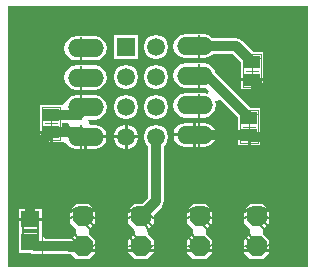
<source format=gbl>
%FSTAX24Y24*%
%MOIN*%
%SFA1B1*%

%IPPOS*%
%AMD18*
4,1,8,0.033000,-0.016500,0.033000,0.016500,0.016500,0.033000,-0.016500,0.033000,-0.033000,0.016500,-0.033000,-0.016500,-0.016500,-0.033000,0.016500,-0.033000,0.033000,-0.016500,0.0*
%
%ADD10C,0.032000*%
%ADD11R,0.047600X0.015900*%
%ADD12C,0.003900*%
%ADD13C,0.010000*%
%ADD14C,0.006000*%
%ADD15R,0.056000X0.014000*%
%ADD16R,0.025000X0.024000*%
%ADD17C,0.002000*%
G04~CAMADD=18~4~0.0~0.0~660.0~660.0~0.0~165.0~0~0.0~0.0~0.0~0.0~0~0.0~0.0~0.0~0.0~0~0.0~0.0~0.0~270.0~660.0~660.0*
%ADD18D18*%
%ADD19O,0.120000X0.060000*%
%ADD20C,0.059100*%
%ADD21R,0.059100X0.059100*%
%ADD22R,0.063000X0.052000*%
%ADD23R,0.055100X0.043300*%
%LNnode_simple-1*%
%LPD*%
G36*
X01Y0D02*
X0D01*
Y0087*
X01*
Y0*
G37*
%LNnode_simple-2*%
%LPC*%
G36*
X006189Y00437D02*
X005541D01*
X005563Y004264*
X005651Y004132*
X005783Y004043*
X005939Y004012*
X006189*
Y00437*
G37*
G36*
X004343Y0043D02*
X004D01*
Y003957*
X004104Y003978*
X004235Y004065*
X004322Y004196*
X004343Y0043*
G37*
G36*
X0039D02*
X003557D01*
X003578Y004196*
X003665Y004065*
X003796Y003978*
X0039Y003957*
Y0043*
G37*
G36*
X006937Y00437D02*
X006289D01*
Y004012*
X006539*
X006695Y004043*
X006828Y004132*
X006916Y004264*
X006937Y00437*
G37*
G36*
X0014Y004455D02*
X001074D01*
Y004188*
X0014*
Y004455*
G37*
G36*
X008426Y00435D02*
X0081D01*
Y004083*
X008426*
Y00435*
G37*
G36*
X008D02*
X007674D01*
Y004083*
X008*
Y00435*
G37*
G36*
X003298Y0043D02*
X00265D01*
Y003942*
X0029*
X003056Y003973*
X003188Y004062*
X003277Y004194*
X003298Y0043*
G37*
G36*
X008515Y00213D02*
X008085D01*
X00787Y001915*
Y001485*
X008078Y001277*
X008082Y0012*
X008078Y001123*
X00787Y000915*
Y000485*
X008085Y00027*
X008515*
X00873Y000485*
Y000915*
X008522Y001123*
X008518Y0012*
X008522Y001277*
X00873Y001485*
Y001915*
X008515Y00213*
G37*
G36*
X006615D02*
X006185D01*
X00597Y001915*
Y001485*
X006178Y001277*
X006182Y0012*
X006178Y001123*
X00597Y000915*
Y000485*
X006185Y00027*
X006615*
X00683Y000485*
Y000915*
X006622Y001123*
X006618Y0012*
X006622Y001277*
X00683Y001485*
Y001915*
X006615Y00213*
G37*
G36*
X00495Y004753D02*
X004796Y004722D01*
X004665Y004635*
X004578Y004504*
X004547Y00435*
X004578Y004196*
X004665Y004065*
X004685Y004052*
Y00231*
X004505Y00213*
X004235*
X00402Y001915*
Y001485*
X004228Y001277*
X004232Y0012*
X004228Y001123*
X00402Y000915*
Y000485*
X004235Y00027*
X004665*
X00488Y000485*
Y000915*
X004672Y001123*
X004668Y0012*
X004672Y001277*
X00488Y001485*
Y001755*
X005137Y002013*
X005195Y002099*
X005215Y0022*
Y004052*
X005235Y004065*
X005322Y004196*
X005353Y00435*
X005322Y004504*
X005235Y004635*
X005104Y004722*
X00495Y004753*
G37*
G36*
X002715Y00213D02*
X002285D01*
X00207Y001915*
Y001485*
X002278Y001277*
X002282Y0012*
X002278Y001123*
X00212Y000965*
X001274*
X001191Y001049*
X001168Y001115*
Y00121*
Y001227*
Y001244*
Y00136*
Y001554*
X000338*
Y00136*
Y001244*
Y001227*
Y00121*
Y001094*
Y00049*
X000749*
X000802Y000455*
X000903Y000435*
X00212*
X002285Y00027*
X002715*
X00293Y000485*
Y000915*
X002722Y001123*
X002718Y0012*
X002722Y001277*
X00293Y001485*
Y001915*
X002715Y00213*
G37*
G36*
X0029Y005742D02*
X0023D01*
X002144Y005711*
X002012Y005623*
X001935Y005509*
X001826Y005412*
X001074*
Y004779*
Y004555*
X00145*
Y004505*
X0015*
Y004188*
X001771*
X001826*
X001957Y004143*
X002012Y004062*
X002144Y003973*
X0023Y003942*
X00255*
Y00435*
X0026*
Y0044*
X003298*
X003277Y004506*
X003188Y004638*
X003056Y004727*
X0029Y004758*
X002761*
X002686Y004908*
X0027Y004926*
X0029*
X003056Y004957*
X003188Y005046*
X003277Y005178*
X003308Y005334*
X003277Y00549*
X003188Y005623*
X003056Y005711*
X0029Y005742*
G37*
G36*
X001168Y001964D02*
X000803D01*
Y001654*
X001168*
Y001964*
G37*
G36*
X000703D02*
X000338D01*
Y001654*
X000703*
Y001964*
G37*
G36*
X0039Y004743D02*
X003796Y004722D01*
X003665Y004635*
X003578Y004504*
X003557Y0044*
X0039*
Y004743*
G37*
G36*
X00395Y006753D02*
X003796Y006722D01*
X003665Y006635*
X003578Y006504*
X003547Y00635*
X003578Y006196*
X003665Y006065*
X003796Y005978*
X00395Y005947*
X004104Y005978*
X004235Y006065*
X004322Y006196*
X004353Y00635*
X004322Y006504*
X004235Y006635*
X004104Y006722*
X00395Y006753*
G37*
G36*
X00495D02*
X004796Y006722D01*
X004665Y006635*
X004578Y006504*
X004547Y00635*
X004578Y006196*
X004665Y006065*
X004796Y005978*
X00495Y005947*
X005104Y005978*
X005235Y006065*
X005322Y006196*
X005353Y00635*
X005322Y006504*
X005235Y006635*
X005104Y006722*
X00495Y006753*
G37*
G36*
X0081Y006209D02*
X007774D01*
Y005943*
X0081*
Y006209*
G37*
G36*
X008526D02*
X0082D01*
Y005943*
X008526*
Y006209*
G37*
G36*
X00495Y007753D02*
X004796Y007722D01*
X004665Y007635*
X004578Y007504*
X004547Y00735*
X004578Y007196*
X004665Y007065*
X004796Y006978*
X00495Y006947*
X005104Y006978*
X005235Y007065*
X005322Y007196*
X005353Y00735*
X005322Y007504*
X005235Y007635*
X005104Y007722*
X00495Y007753*
G37*
G36*
X004345Y007745D02*
X003555D01*
Y006955*
X004345*
Y007745*
G37*
G36*
X006539Y007784D02*
X005939D01*
X005783Y007753*
X005651Y007665*
X005563Y007532*
X005532Y007376*
X005563Y00722*
X005651Y007088*
X005783Y007*
X005939Y006969*
X006539*
X006695Y007*
X006828Y007088*
X006843Y007111*
X007514*
X007774Y006851*
Y006533*
Y006309*
X008526*
Y006533*
Y007167*
X008208*
X007811Y007564*
X007725Y007621*
X007624Y007641*
X006843*
X006828Y007665*
X006695Y007753*
X006539Y007784*
G37*
G36*
X0029Y007714D02*
X0023D01*
X002144Y007683*
X002012Y007595*
X001923Y007462*
X001892Y007306*
X001923Y00715*
X002012Y007018*
X002144Y00693*
X0023Y006899*
X0029*
X003056Y00693*
X003188Y007018*
X003277Y00715*
X003308Y007306*
X003277Y007462*
X003188Y007595*
X003056Y007683*
X0029Y007714*
G37*
G36*
X006539Y004828D02*
X006289D01*
Y00447*
X006937*
X006916Y004576*
X006828Y004708*
X006695Y004797*
X006539Y004828*
G37*
G36*
X006189D02*
X005939D01*
X005783Y004797*
X005651Y004708*
X005563Y004576*
X005541Y00447*
X006189*
Y004828*
G37*
G36*
X004Y004743D02*
Y0044D01*
X004343*
X004322Y004504*
X004235Y004635*
X004104Y004722*
X004Y004743*
G37*
G36*
X00395Y005753D02*
X003796Y005722D01*
X003665Y005635*
X003578Y005504*
X003547Y00535*
X003578Y005196*
X003665Y005065*
X003796Y004978*
X00395Y004947*
X004104Y004978*
X004235Y005065*
X004322Y005196*
X004353Y00535*
X004322Y005504*
X004235Y005635*
X004104Y005722*
X00395Y005753*
G37*
G36*
X006539Y0068D02*
X005939D01*
X005783Y006769*
X005651Y006681*
X005563Y006548*
X005532Y006392*
X005563Y006236*
X005651Y006104*
X005783Y006015*
X005939Y005984*
X006539*
X006596Y005995*
X006713Y005875*
X006693Y005786*
X006684Y005779*
X006539Y005808*
X005939*
X005783Y005777*
X005651Y005688*
X005563Y005556*
X005532Y0054*
X005563Y005244*
X005651Y005112*
X005783Y005023*
X005939Y004992*
X006539*
X006695Y005023*
X006828Y005112*
X006916Y005244*
X006947Y0054*
X006918Y005544*
X006925Y005553*
X007084Y005591*
X007674Y005001*
Y004674*
Y00445*
X008426*
Y004674*
Y005307*
X008118*
X006926Y006499*
X006916Y006548*
X006828Y006681*
X006695Y006769*
X006539Y0068*
G37*
G36*
X0029Y006734D02*
X0023D01*
X002144Y006703*
X002012Y006615*
X001923Y006482*
X001892Y006326*
X001923Y00617*
X002012Y006038*
X002144Y00595*
X0023Y005919*
X0029*
X003056Y00595*
X003188Y006038*
X003277Y00617*
X003308Y006326*
X003277Y006482*
X003188Y006615*
X003056Y006703*
X0029Y006734*
G37*
G36*
X00495Y005753D02*
X004796Y005722D01*
X004665Y005635*
X004578Y005504*
X004547Y00535*
X004578Y005196*
X004665Y005065*
X004796Y004978*
X00495Y004947*
X005104Y004978*
X005235Y005065*
X005322Y005196*
X005353Y00535*
X005322Y005504*
X005235Y005635*
X005104Y005722*
X00495Y005753*
G37*
%LNnode_simple-3*%
%LPD*%
G36*
X002073Y004684D02*
X002059Y00467D01*
X002012Y004638*
X001983Y004595*
X001973Y004585*
X001826Y00463*
Y004779*
Y00483*
X002029*
X002073Y004684*
G37*
G54D10*
X00445Y0017D02*
X00495Y0022D01*
Y00435*
X006239Y006392D02*
X006658D01*
X00805Y005*
Y004991D02*
Y005D01*
X006239Y00442D02*
X006259Y0044D01*
X00805*
X0081Y00435*
X00905*
Y005359*
X00815Y006259D02*
X00905Y005359D01*
X007624Y007376D02*
X00815Y00685D01*
X006239Y007376D02*
X007624D01*
X002361Y005095D02*
X0026Y005334D01*
X00145Y005095D02*
X002361D01*
X002445Y004505D02*
X0026Y00435D01*
X00145Y004505D02*
X002445D01*
X000753Y003808D02*
X00145Y004505D01*
X000753Y001604D02*
Y003808D01*
Y00085D02*
X000903Y0007D01*
X0025*
G54D11*
X000752Y001225D03*
G54D12*
X008435Y006122D02*
Y006988D01*
X007865Y006122D02*
Y006988D01*
Y006122D02*
X008435D01*
X007865Y006988D02*
X008435D01*
X008335Y004262D02*
Y005128D01*
X007765Y004262D02*
Y005128D01*
Y004262D02*
X008335D01*
X007765Y005128D02*
X008335D01*
X001735Y004367D02*
Y005233D01*
X001165Y004367D02*
Y005233D01*
Y004367D02*
X001735D01*
X001165Y005233D02*
X001735D01*
X007953Y006555D02*
X008347D01*
X00815Y006358D02*
Y006752D01*
X008465Y006004D02*
Y007106D01*
X007835Y006004D02*
Y007106D01*
Y006004D02*
X008465D01*
X007835Y007106D02*
X008465D01*
X007853Y004695D02*
X008247D01*
X00805Y004498D02*
Y004892D01*
X008365Y004144D02*
Y005246D01*
X007735Y004144D02*
Y005246D01*
Y004144D02*
X008365D01*
X007735Y005246D02*
X008365D01*
X001253Y0048D02*
X001647D01*
X00145Y004603D02*
Y004997D01*
X001765Y004249D02*
Y005351D01*
X001135Y004249D02*
Y005351D01*
Y004249D02*
X001765D01*
X001135Y005351D02*
X001765D01*
G54D13*
X0083Y002D02*
D01*
X008244Y001998*
X008188Y001992*
X008133Y001982*
X008079Y001969*
X008026Y001951*
X007974Y00193*
X007924Y001906*
X007881Y001881*
X00868Y001904D02*
D01*
X008629Y001928*
X008578Y00195*
X008524Y001967*
X00847Y001981*
X008415Y001991*
X008359Y001997*
X008304Y001999*
X0083Y002*
X0064D02*
D01*
X006344Y001998*
X006288Y001992*
X006233Y001982*
X006179Y001969*
X006126Y001951*
X006074Y00193*
X006024Y001906*
X005981Y001881*
X00678Y001904D02*
D01*
X006729Y001928*
X006678Y00195*
X006624Y001967*
X00657Y001981*
X006515Y001991*
X006459Y001997*
X006404Y001999*
X0064Y002*
X00445D02*
D01*
X004394Y001998*
X004338Y001992*
X004283Y001982*
X004229Y001969*
X004176Y001951*
X004124Y00193*
X004074Y001906*
X004031Y001881*
X00483Y001904D02*
D01*
X004779Y001928*
X004728Y00195*
X004674Y001967*
X00462Y001981*
X004565Y001991*
X004509Y001997*
X004454Y001999*
X00445Y002*
X0025D02*
D01*
X002444Y001998*
X002388Y001992*
X002333Y001982*
X002279Y001969*
X002226Y001951*
X002174Y00193*
X002124Y001906*
X002081Y001881*
X00288Y001904D02*
D01*
X002829Y001928*
X002778Y00195*
X002724Y001967*
X00267Y001981*
X002615Y001991*
X002559Y001997*
X002504Y001999*
X0025Y002*
X0078Y00058D02*
X0088D01*
X0059D02*
X0069D01*
X00395D02*
X00495D01*
X002D02*
X003D01*
G54D14*
X0079Y0012D02*
D01*
X0079Y001172*
X007903Y001144*
X007908Y001116*
X007915Y001089*
X007924Y001063*
X007934Y001037*
X007946Y001012*
X00796Y000988*
X007976Y000964*
X007993Y000942*
X008012Y000922*
X008032Y000902*
X008053Y000884*
X008076Y000868*
X0081Y000853*
X008124Y00084*
X00815Y000829*
X008176Y000819*
X008203Y000811*
X00823Y000806*
X008258Y000802*
X008286Y0008*
X0083Y0008*
X00805Y0012D02*
D01*
X00805Y001182*
X008052Y001165*
X008055Y001148*
X008059Y001131*
X008065Y001114*
X008071Y001098*
X008079Y001082*
X008087Y001067*
X008097Y001053*
X008108Y001039*
X00812Y001026*
X008132Y001014*
X008146Y001002*
X00816Y000992*
X008175Y000983*
X00819Y000975*
X008206Y000968*
X008222Y000962*
X008239Y000957*
X008256Y000953*
X008273Y000951*
X008291Y00095*
X0083Y00095*
X0087Y0012D02*
D01*
X008699Y001227*
X008696Y001255*
X008691Y001283*
X008684Y00131*
X008675Y001336*
X008665Y001362*
X008653Y001387*
X008639Y001411*
X008623Y001435*
X008606Y001457*
X008587Y001477*
X008567Y001497*
X008546Y001515*
X008523Y001531*
X0085Y001546*
X008475Y001559*
X008449Y00157*
X008423Y00158*
X008396Y001588*
X008369Y001593*
X008341Y001597*
X008313Y001599*
X0083Y0016*
X00855Y0012D02*
D01*
X008549Y001217*
X008547Y001234*
X008544Y001251*
X00854Y001268*
X008534Y001285*
X008528Y001301*
X00852Y001317*
X008512Y001332*
X008502Y001346*
X008491Y00136*
X008479Y001373*
X008467Y001385*
X008453Y001397*
X008439Y001407*
X008425Y001416*
X008409Y001424*
X008393Y001431*
X008377Y001437*
X00836Y001442*
X008343Y001446*
X008326Y001448*
X008308Y001449*
X0083Y00145*
X007916Y00073D02*
D01*
X007949Y000705*
X007984Y000682*
X00802Y000662*
X008058Y000645*
X008097Y00063*
X008137Y000618*
X008177Y000609*
X008218Y000603*
X00826Y0006*
X0083Y0006*
D01*
X008342Y0006*
X008385Y000604*
X008427Y000611*
X008468Y00062*
X008509Y000633*
X008549Y000648*
X008588Y000666*
X008625Y000687*
X008661Y00071*
X008695Y000735*
X0087Y00074*
X0083Y0018D02*
D01*
X008258Y001798*
X008216Y001794*
X008175Y001786*
X008134Y001776*
X008094Y001763*
X008055Y001748*
X008018Y001729*
X007982Y001708*
X007947Y001685*
X007914Y001659*
X007901Y001648*
X00869Y001661D02*
D01*
X008656Y001686*
X00862Y00171*
X008584Y001731*
X008545Y001749*
X008506Y001765*
X008465Y001777*
X008424Y001787*
X008382Y001794*
X00834Y001798*
X0083Y0018*
X006Y0012D02*
D01*
X006Y001172*
X006003Y001144*
X006008Y001116*
X006015Y001089*
X006024Y001063*
X006034Y001037*
X006046Y001012*
X00606Y000988*
X006076Y000964*
X006093Y000942*
X006112Y000922*
X006132Y000902*
X006153Y000884*
X006176Y000868*
X0062Y000853*
X006224Y00084*
X00625Y000829*
X006276Y000819*
X006303Y000811*
X00633Y000806*
X006358Y000802*
X006386Y0008*
X0064Y0008*
X00615Y0012D02*
D01*
X00615Y001182*
X006152Y001165*
X006155Y001148*
X006159Y001131*
X006165Y001114*
X006171Y001098*
X006179Y001082*
X006187Y001067*
X006197Y001053*
X006208Y001039*
X00622Y001026*
X006232Y001014*
X006246Y001002*
X00626Y000992*
X006275Y000983*
X00629Y000975*
X006306Y000968*
X006322Y000962*
X006339Y000957*
X006356Y000953*
X006373Y000951*
X006391Y00095*
X0064Y00095*
X0068Y0012D02*
D01*
X006799Y001227*
X006796Y001255*
X006791Y001283*
X006784Y00131*
X006775Y001336*
X006765Y001362*
X006753Y001387*
X006739Y001411*
X006723Y001435*
X006706Y001457*
X006687Y001477*
X006667Y001497*
X006646Y001515*
X006623Y001531*
X0066Y001546*
X006575Y001559*
X006549Y00157*
X006523Y00158*
X006496Y001588*
X006469Y001593*
X006441Y001597*
X006413Y001599*
X0064Y0016*
X00665Y0012D02*
D01*
X006649Y001217*
X006647Y001234*
X006644Y001251*
X00664Y001268*
X006634Y001285*
X006628Y001301*
X00662Y001317*
X006612Y001332*
X006602Y001346*
X006591Y00136*
X006579Y001373*
X006567Y001385*
X006553Y001397*
X006539Y001407*
X006525Y001416*
X006509Y001424*
X006493Y001431*
X006477Y001437*
X00646Y001442*
X006443Y001446*
X006426Y001448*
X006408Y001449*
X0064Y00145*
X006016Y00073D02*
D01*
X006049Y000705*
X006084Y000682*
X00612Y000662*
X006158Y000645*
X006197Y00063*
X006237Y000618*
X006277Y000609*
X006318Y000603*
X00636Y0006*
X0064Y0006*
D01*
X006442Y0006*
X006485Y000604*
X006527Y000611*
X006568Y00062*
X006609Y000633*
X006649Y000648*
X006688Y000666*
X006725Y000687*
X006761Y00071*
X006795Y000735*
X0068Y00074*
X0064Y0018D02*
D01*
X006358Y001798*
X006316Y001794*
X006275Y001786*
X006234Y001776*
X006194Y001763*
X006155Y001748*
X006118Y001729*
X006082Y001708*
X006047Y001685*
X006014Y001659*
X006001Y001648*
X00679Y001661D02*
D01*
X006756Y001686*
X00672Y00171*
X006684Y001731*
X006645Y001749*
X006606Y001765*
X006565Y001777*
X006524Y001787*
X006482Y001794*
X00644Y001798*
X0064Y0018*
X00405Y0012D02*
D01*
X00405Y001172*
X004053Y001144*
X004058Y001116*
X004065Y001089*
X004074Y001063*
X004084Y001037*
X004096Y001012*
X00411Y000988*
X004126Y000964*
X004143Y000942*
X004162Y000922*
X004182Y000902*
X004203Y000884*
X004226Y000868*
X00425Y000853*
X004274Y00084*
X0043Y000829*
X004326Y000819*
X004353Y000811*
X00438Y000806*
X004408Y000802*
X004436Y0008*
X00445Y0008*
X0042Y0012D02*
D01*
X0042Y001182*
X004202Y001165*
X004205Y001148*
X004209Y001131*
X004215Y001114*
X004221Y001098*
X004229Y001082*
X004237Y001067*
X004247Y001053*
X004258Y001039*
X00427Y001026*
X004282Y001014*
X004296Y001002*
X00431Y000992*
X004325Y000983*
X00434Y000975*
X004356Y000968*
X004372Y000962*
X004389Y000957*
X004406Y000953*
X004423Y000951*
X004441Y00095*
X00445Y00095*
X00485Y0012D02*
D01*
X004849Y001227*
X004846Y001255*
X004841Y001283*
X004834Y00131*
X004825Y001336*
X004815Y001362*
X004803Y001387*
X004789Y001411*
X004773Y001435*
X004756Y001457*
X004737Y001477*
X004717Y001497*
X004696Y001515*
X004673Y001531*
X00465Y001546*
X004625Y001559*
X004599Y00157*
X004573Y00158*
X004546Y001588*
X004519Y001593*
X004491Y001597*
X004463Y001599*
X00445Y0016*
X0047Y0012D02*
D01*
X004699Y001217*
X004697Y001234*
X004694Y001251*
X00469Y001268*
X004684Y001285*
X004678Y001301*
X00467Y001317*
X004662Y001332*
X004652Y001346*
X004641Y00136*
X004629Y001373*
X004617Y001385*
X004603Y001397*
X004589Y001407*
X004575Y001416*
X004559Y001424*
X004543Y001431*
X004527Y001437*
X00451Y001442*
X004493Y001446*
X004476Y001448*
X004458Y001449*
X00445Y00145*
X004066Y00073D02*
D01*
X004099Y000705*
X004134Y000682*
X00417Y000662*
X004208Y000645*
X004247Y00063*
X004287Y000618*
X004327Y000609*
X004368Y000603*
X00441Y0006*
X00445Y0006*
D01*
X004492Y0006*
X004535Y000604*
X004577Y000611*
X004618Y00062*
X004659Y000633*
X004699Y000648*
X004738Y000666*
X004775Y000687*
X004811Y00071*
X004845Y000735*
X00485Y00074*
X00445Y0018D02*
D01*
X004408Y001798*
X004366Y001794*
X004325Y001786*
X004284Y001776*
X004244Y001763*
X004205Y001748*
X004168Y001729*
X004132Y001708*
X004097Y001685*
X004064Y001659*
X004051Y001648*
X00484Y001661D02*
D01*
X004806Y001686*
X00477Y00171*
X004734Y001731*
X004695Y001749*
X004656Y001765*
X004615Y001777*
X004574Y001787*
X004532Y001794*
X00449Y001798*
X00445Y0018*
X0021Y0012D02*
D01*
X0021Y001172*
X002103Y001144*
X002108Y001116*
X002115Y001089*
X002124Y001063*
X002134Y001037*
X002146Y001012*
X00216Y000988*
X002176Y000964*
X002193Y000942*
X002212Y000922*
X002232Y000902*
X002253Y000884*
X002276Y000868*
X0023Y000853*
X002324Y00084*
X00235Y000829*
X002376Y000819*
X002403Y000811*
X00243Y000806*
X002458Y000802*
X002486Y0008*
X0025Y0008*
X00225Y0012D02*
D01*
X00225Y001182*
X002252Y001165*
X002255Y001148*
X002259Y001131*
X002265Y001114*
X002271Y001098*
X002279Y001082*
X002287Y001067*
X002297Y001053*
X002308Y001039*
X00232Y001026*
X002332Y001014*
X002346Y001002*
X00236Y000992*
X002375Y000983*
X00239Y000975*
X002406Y000968*
X002422Y000962*
X002439Y000957*
X002456Y000953*
X002473Y000951*
X002491Y00095*
X0025Y00095*
X0029Y0012D02*
D01*
X002899Y001227*
X002896Y001255*
X002891Y001283*
X002884Y00131*
X002875Y001336*
X002865Y001362*
X002853Y001387*
X002839Y001411*
X002823Y001435*
X002806Y001457*
X002787Y001477*
X002767Y001497*
X002746Y001515*
X002723Y001531*
X0027Y001546*
X002675Y001559*
X002649Y00157*
X002623Y00158*
X002596Y001588*
X002569Y001593*
X002541Y001597*
X002513Y001599*
X0025Y0016*
X00275Y0012D02*
D01*
X002749Y001217*
X002747Y001234*
X002744Y001251*
X00274Y001268*
X002734Y001285*
X002728Y001301*
X00272Y001317*
X002712Y001332*
X002702Y001346*
X002691Y00136*
X002679Y001373*
X002667Y001385*
X002653Y001397*
X002639Y001407*
X002625Y001416*
X002609Y001424*
X002593Y001431*
X002577Y001437*
X00256Y001442*
X002543Y001446*
X002526Y001448*
X002508Y001449*
X0025Y00145*
X002116Y00073D02*
D01*
X002149Y000705*
X002184Y000682*
X00222Y000662*
X002258Y000645*
X002297Y00063*
X002337Y000618*
X002377Y000609*
X002418Y000603*
X00246Y0006*
X0025Y0006*
D01*
X002542Y0006*
X002585Y000604*
X002627Y000611*
X002668Y00062*
X002709Y000633*
X002749Y000648*
X002788Y000666*
X002825Y000687*
X002861Y00071*
X002895Y000735*
X0029Y00074*
X0025Y0018D02*
D01*
X002458Y001798*
X002416Y001794*
X002375Y001786*
X002334Y001776*
X002294Y001763*
X002255Y001748*
X002218Y001729*
X002182Y001708*
X002147Y001685*
X002114Y001659*
X002101Y001648*
X00289Y001661D02*
D01*
X002856Y001686*
X00282Y00171*
X002784Y001731*
X002745Y001749*
X002706Y001765*
X002665Y001777*
X002624Y001787*
X002582Y001794*
X00254Y001798*
X0025Y0018*
X0005Y000944D02*
Y001504D01*
X001Y000944D02*
Y001504D01*
X00245Y003963D02*
Y004743D01*
Y004953D02*
Y005733D01*
Y005936D02*
Y006716D01*
Y006916D02*
Y007696D01*
X006389Y006983D02*
Y007764D01*
Y005994D02*
Y006774D01*
Y00501D02*
Y00579D01*
Y00403D02*
Y00481D01*
G54D15*
X00075Y001564D03*
Y000884D03*
G54D16*
X002575Y004353D03*
Y005333D03*
Y006326D03*
Y007306D03*
X006264Y007374D03*
Y006394D03*
Y0054D03*
Y00442D03*
G54D17*
X000363Y002004D02*
X00114D01*
X000363Y000447D02*
X00114D01*
X000363D02*
Y002004D01*
X00114Y000447D02*
Y002004D01*
G54D18*
X0083Y0007D03*
Y0017D03*
X0064Y0007D03*
Y0017D03*
X00445Y0007D03*
Y0017D03*
X0025Y0007D03*
Y0017D03*
G54D19*
X0026Y007306D03*
Y006326D03*
Y00435D03*
Y005334D03*
X006239Y00442D03*
Y0054D03*
Y007376D03*
Y006392D03*
G54D20*
X00495Y00435D03*
Y00535D03*
Y00635D03*
Y00735D03*
X00395Y00435D03*
Y00535D03*
Y00635D03*
G54D21*
X00395Y00735D03*
G54D22*
X000753Y00085D03*
Y001604D03*
G54D23*
X00815Y006259D03*
Y00685D03*
X00805Y0044D03*
Y004991D03*
X00145Y004505D03*
Y005095D03*
M02*
</source>
